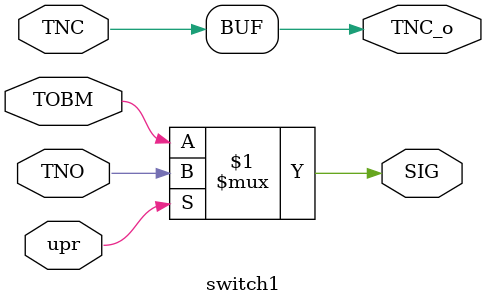
<source format=v>
`timescale 1ns / 1ps
module switch1(
    input upr,
    input TNC,
    input TNO,
    input TOBM,
    output TNC_o,
    output SIG
    );


assign SIG   = (upr)?TNO:TOBM;
assign TNC_o = TNC; 

endmodule

</source>
